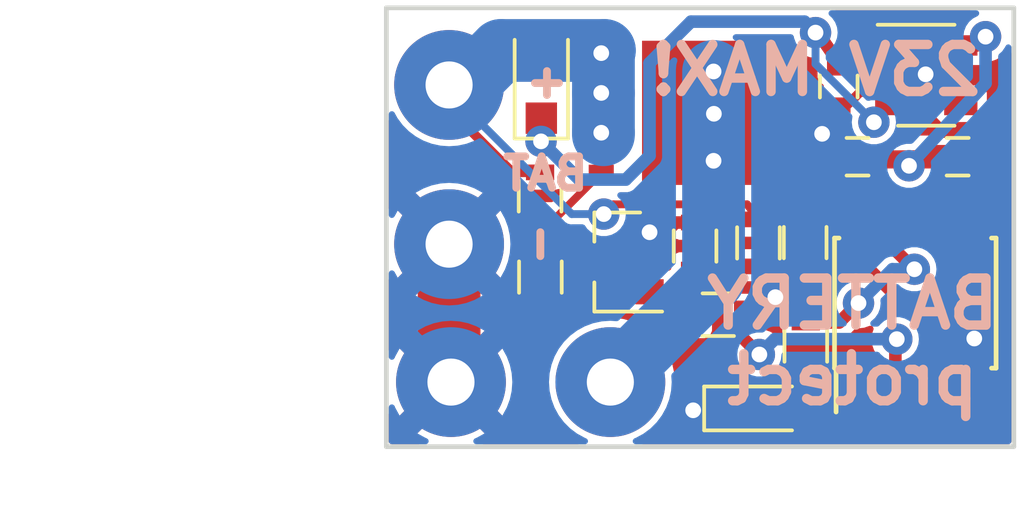
<source format=kicad_pcb>
(kicad_pcb (version 20221018) (generator pcbnew)
  (layers (0 "F.Cu" signal) (31 "B.Cu" signal) (34 "B.Paste" user) (35 "F.Paste" user) (36 "B.SilkS" user "B.Silkscreen") (37 "F.SilkS" user "F.Silkscreen") (38 "B.Mask" user) (39 "F.Mask" user) (44 "Edge.Cuts" user))
  (net 0 "")
  (net 1 "Net-(C1-Pad1)")
  (net 2 "GND")
  (net 3 "Net-(C2-Pad1)")
  (net 4 "Net-(D1-Pad2)")
  (net 5 "+BATT")
  (net 6 "Net-(J2-Pad1)")
  (net 7 "Net-(R3-Pad2)")
  (net 8 "Net-(R5-Pad1)")
  (net 9 "Net-(R6-Pad2)")
  (net 10 "Net-(Q1-Pad1)")
  (net 11 "Net-(Q2-Pad1)")
  (net 12 "Net-(Q2-Pad3)")
  (footprint "Capacitors_SMD:C_0603" (layer "F.Cu") (at 185.42 131.51 -90)
    (fp_text reference "C1" hide)
    (fp_text value "10uf" hide)
    (fp_line (start -0.35 -0.6) (end 0.35 -0.6) (stroke (width 0.12)) (layer "F.SilkS"))
    (fp_line (start 0.35 0.6) (end -0.35 0.6) (stroke (width 0.12)) (layer "F.SilkS"))
    (pad "1" smd rect (at -0.75 0 270) (size 0.8 0.75) (layers "F.Cu" "F.Paste" "F.Mask") (net 1 "Net-(C1-Pad1)"))
    (pad "2" smd rect (at 0.75 0 270) (size 0.8 0.75) (layers "F.Cu" "F.Paste" "F.Mask") (net 2 "GND"))
  )
  (footprint "Capacitors_SMD:C_0603" (layer "F.Cu") (at 189.21 133.75)
    (fp_text reference "C2" hide)
    (fp_text value "100n" hide)
    (fp_line (start -0.35 -0.6) (end 0.35 -0.6) (stroke (width 0.12)) (layer "F.SilkS"))
    (fp_line (start 0.35 0.6) (end -0.35 0.6) (stroke (width 0.12)) (layer "F.SilkS"))
    (pad "1" smd rect (at -0.75 0) (size 0.8 0.75) (layers "F.Cu" "F.Paste" "F.Mask") (net 3 "Net-(C2-Pad1)"))
    (pad "2" smd rect (at 0.75 0) (size 0.8 0.75) (layers "F.Cu" "F.Paste" "F.Mask") (net 2 "GND"))
  )
  (footprint "Capacitors_SMD:C_0603" (layer "F.Cu") (at 186.02 133.75 180)
    (fp_text reference "C3" hide)
    (fp_text value "10uf" hide)
    (fp_line (start -0.35 -0.6) (end 0.35 -0.6) (stroke (width 0.12)) (layer "F.SilkS"))
    (fp_line (start 0.35 0.6) (end -0.35 0.6) (stroke (width 0.12)) (layer "F.SilkS"))
    (pad "1" smd rect (at -0.75 0 180) (size 0.8 0.75) (layers "F.Cu" "F.Paste" "F.Mask") (net 3 "Net-(C2-Pad1)"))
    (pad "2" smd rect (at 0.75 0 180) (size 0.8 0.75) (layers "F.Cu" "F.Paste" "F.Mask") (net 2 "GND"))
  )
  (footprint "LEDs:LED_0805" (layer "F.Cu") (at 182.93 141.78)
    (fp_text reference "D1" hide)
    (fp_text value "LED" hide)
    (fp_line (start -1.8 -0.7) (end -1.8 0.7) (stroke (width 0.12)) (layer "F.SilkS"))
    (fp_line (start -1.8 -0.7) (end 1 -0.7) (stroke (width 0.12)) (layer "F.SilkS"))
    (fp_line (start -1.8 0.7) (end 1 0.7) (stroke (width 0.12)) (layer "F.SilkS"))
    (pad "1" smd rect (at -1.1 0 180) (size 1.2 1.2) (layers "F.Cu" "F.Paste" "F.Mask") (net 2 "GND"))
    (pad "2" smd rect (at 1.1 0 180) (size 1.2 1.2) (layers "F.Cu" "F.Paste" "F.Mask") (net 4 "Net-(D1-Pad2)"))
  )
  (footprint "Diodes_SMD:D_SOD-323_HandSoldering" (layer "F.Cu") (at 175.94 131.27 90)
    (fp_text reference "D2" hide)
    (fp_text value "D" hide)
    (fp_line (start -1.9 -0.85) (end -1.9 0.85) (stroke (width 0.12)) (layer "F.SilkS"))
    (fp_line (start -1.9 -0.85) (end 1.25 -0.85) (stroke (width 0.12)) (layer "F.SilkS"))
    (fp_line (start -1.9 0.85) (end 1.25 0.85) (stroke (width 0.12)) (layer "F.SilkS"))
    (pad "1" smd rect (at -1.25 0 90) (size 1 1) (layers "F.Cu" "F.Paste" "F.Mask") (net 1 "Net-(C1-Pad1)"))
    (pad "2" smd rect (at 1.25 0 90) (size 1 1) (layers "F.Cu" "F.Paste" "F.Mask") (net 5 "+BATT"))
  )
  (footprint "TO_SOT_Packages_SMD:SOT-23" (layer "F.Cu") (at 178.39 137.11 180)
    (fp_text reference "Q2" hide)
    (fp_text value "SI2308" hide)
    (fp_line (start 0.76 -1.58) (end -1.4 -1.58) (stroke (width 0.12)) (layer "F.SilkS"))
    (fp_line (start 0.76 -1.58) (end 0.76 -0.65) (stroke (width 0.12)) (layer "F.SilkS"))
    (fp_line (start 0.76 1.58) (end -0.7 1.58) (stroke (width 0.12)) (layer "F.SilkS"))
    (fp_line (start 0.76 1.58) (end 0.76 0.65) (stroke (width 0.12)) (layer "F.SilkS"))
    (pad "1" smd rect (at -1 -0.95 180) (size 0.9 0.8) (layers "F.Cu" "F.Paste" "F.Mask") (net 11 "Net-(Q2-Pad1)"))
    (pad "2" smd rect (at -1 0.95 180) (size 0.9 0.8) (layers "F.Cu" "F.Paste" "F.Mask") (net 2 "GND"))
    (pad "3" smd rect (at 1 0 180) (size 0.9 0.8) (layers "F.Cu" "F.Paste" "F.Mask") (net 12 "Net-(Q2-Pad3)"))
  )
  (footprint "Resistors_SMD:R_0603" (layer "F.Cu") (at 175.9 135 -90)
    (fp_text reference "R1" hide)
    (fp_text value "100K" hide)
    (fp_line (start -0.5 -0.68) (end 0.5 -0.68) (stroke (width 0.12)) (layer "F.SilkS"))
    (fp_line (start 0.5 0.68) (end -0.5 0.68) (stroke (width 0.12)) (layer "F.SilkS"))
    (pad "1" smd rect (at -0.75 0 270) (size 0.5 0.9) (layers "F.Cu" "F.Paste" "F.Mask") (net 5 "+BATT"))
    (pad "2" smd rect (at 0.75 0 270) (size 0.5 0.9) (layers "F.Cu" "F.Paste" "F.Mask") (net 10 "Net-(Q1-Pad1)"))
  )
  (footprint "Resistors_SMD:R_0603" (layer "F.Cu") (at 180.84 136.6 90)
    (fp_text reference "R2" hide)
    (fp_text value "10K" hide)
    (fp_line (start -0.5 -0.68) (end 0.5 -0.68) (stroke (width 0.12)) (layer "F.SilkS"))
    (fp_line (start 0.5 0.68) (end -0.5 0.68) (stroke (width 0.12)) (layer "F.SilkS"))
    (pad "1" smd rect (at -0.75 0 90) (size 0.5 0.9) (layers "F.Cu" "F.Paste" "F.Mask") (net 11 "Net-(Q2-Pad1)"))
    (pad "2" smd rect (at 0.75 0 90) (size 0.5 0.9) (layers "F.Cu" "F.Paste" "F.Mask") (net 2 "GND"))
  )
  (footprint "Resistors_SMD:R_0603" (layer "F.Cu") (at 182.86 136.5 -90)
    (fp_text reference "R3" hide)
    (fp_text value "12K" hide)
    (fp_line (start -0.5 -0.68) (end 0.5 -0.68) (stroke (width 0.12)) (layer "F.SilkS"))
    (fp_line (start 0.5 0.68) (end -0.5 0.68) (stroke (width 0.12)) (layer "F.SilkS"))
    (pad "1" smd rect (at -0.75 0 270) (size 0.5 0.9) (layers "F.Cu" "F.Paste" "F.Mask") (net 5 "+BATT"))
    (pad "2" smd rect (at 0.75 0 270) (size 0.5 0.9) (layers "F.Cu" "F.Paste" "F.Mask") (net 7 "Net-(R3-Pad2)"))
  )
  (footprint "Resistors_SMD:R_0603" (layer "F.Cu") (at 184.35 136.49 90)
    (fp_text reference "R4" hide)
    (fp_text value "3.3K" hide)
    (fp_line (start -0.5 -0.68) (end 0.5 -0.68) (stroke (width 0.12)) (layer "F.SilkS"))
    (fp_line (start 0.5 0.68) (end -0.5 0.68) (stroke (width 0.12)) (layer "F.SilkS"))
    (pad "1" smd rect (at -0.75 0 90) (size 0.5 0.9) (layers "F.Cu" "F.Paste" "F.Mask") (net 7 "Net-(R3-Pad2)"))
    (pad "2" smd rect (at 0.75 0 90) (size 0.5 0.9) (layers "F.Cu" "F.Paste" "F.Mask") (net 2 "GND"))
  )
  (footprint "Resistors_SMD:R_0603" (layer "F.Cu") (at 181.58 138.79 180)
    (fp_text reference "R5" hide)
    (fp_text value "100" hide)
    (fp_line (start -0.5 -0.68) (end 0.5 -0.68) (stroke (width 0.12)) (layer "F.SilkS"))
    (fp_line (start 0.5 0.68) (end -0.5 0.68) (stroke (width 0.12)) (layer "F.SilkS"))
    (pad "1" smd rect (at -0.75 0 180) (size 0.5 0.9) (layers "F.Cu" "F.Paste" "F.Mask") (net 8 "Net-(R5-Pad1)"))
    (pad "2" smd rect (at 0.75 0 180) (size 0.5 0.9) (layers "F.Cu" "F.Paste" "F.Mask") (net 11 "Net-(Q2-Pad1)"))
  )
  (footprint "Resistors_SMD:R_0603" (layer "F.Cu") (at 184.37 139.79 90)
    (fp_text reference "R6" hide)
    (fp_text value "330" hide)
    (fp_line (start -0.5 -0.68) (end 0.5 -0.68) (stroke (width 0.12)) (layer "F.SilkS"))
    (fp_line (start 0.5 0.68) (end -0.5 0.68) (stroke (width 0.12)) (layer "F.SilkS"))
    (pad "1" smd rect (at -0.75 0 90) (size 0.5 0.9) (layers "F.Cu" "F.Paste" "F.Mask") (net 4 "Net-(D1-Pad2)"))
    (pad "2" smd rect (at 0.75 0 90) (size 0.5 0.9) (layers "F.Cu" "F.Paste" "F.Mask") (net 9 "Net-(R6-Pad2)"))
  )
  (footprint "Housings_SOIC:SOIC-8_3.9x4.9mm_Pitch1.27mm" (layer "F.Cu") (at 187.86 138.42 90)
    (fp_text reference "U1" hide)
    (fp_text value "ATTINY13A-SU" hide)
    (fp_line (start -2.075 -2.575) (end -2.075 -2.525) (stroke (width 0.15)) (layer "F.SilkS"))
    (fp_line (start -2.075 -2.575) (end 2.075 -2.575) (stroke (width 0.15)) (layer "F.SilkS"))
    (fp_line (start -2.075 -2.525) (end -3.475 -2.525) (stroke (width 0.15)) (layer "F.SilkS"))
    (fp_line (start -2.075 2.575) (end -2.075 2.43) (stroke (width 0.15)) (layer "F.SilkS"))
    (fp_line (start -2.075 2.575) (end 2.075 2.575) (stroke (width 0.15)) (layer "F.SilkS"))
    (fp_line (start 2.075 -2.575) (end 2.075 -2.43) (stroke (width 0.15)) (layer "F.SilkS"))
    (fp_line (start 2.075 2.575) (end 2.075 2.43) (stroke (width 0.15)) (layer "F.SilkS"))
    (pad "1" smd rect (at -2.7 -1.905 90) (size 1.55 0.6) (layers "F.Cu" "F.Paste" "F.Mask"))
    (pad "2" smd rect (at -2.7 -0.635 90) (size 1.55 0.6) (layers "F.Cu" "F.Paste" "F.Mask") (net 8 "Net-(R5-Pad1)"))
    (pad "3" smd rect (at -2.7 0.635 90) (size 1.55 0.6) (layers "F.Cu" "F.Paste" "F.Mask") (net 7 "Net-(R3-Pad2)"))
    (pad "4" smd rect (at -2.7 1.905 90) (size 1.55 0.6) (layers "F.Cu" "F.Paste" "F.Mask") (net 2 "GND"))
    (pad "5" smd rect (at 2.7 1.905 90) (size 1.55 0.6) (layers "F.Cu" "F.Paste" "F.Mask"))
    (pad "6" smd rect (at 2.7 0.635 90) (size 1.55 0.6) (layers "F.Cu" "F.Paste" "F.Mask"))
    (pad "7" smd rect (at 2.7 -0.635 90) (size 1.55 0.6) (layers "F.Cu" "F.Paste" "F.Mask") (net 9 "Net-(R6-Pad2)"))
    (pad "8" smd rect (at 2.7 -1.905 90) (size 1.55 0.6) (layers "F.Cu" "F.Paste" "F.Mask") (net 3 "Net-(C2-Pad1)"))
  )
  (footprint "TO_SOT_Packages_SMD:SOT-23-5" (layer "F.Cu") (at 188.21 131.15)
    (fp_text reference "U2" hide)
    (fp_text value "MIC5235-5.0" hide)
    (fp_line (start -0.9 1.61) (end 0.9 1.61) (stroke (width 0.12)) (layer "F.SilkS"))
    (fp_line (start 0.9 -1.61) (end -1.55 -1.61) (stroke (width 0.12)) (layer "F.SilkS"))
    (pad "1" smd rect (at -1.1 -0.95) (size 1.06 0.65) (layers "F.Cu" "F.Paste" "F.Mask") (net 1 "Net-(C1-Pad1)"))
    (pad "2" smd rect (at -1.1 0) (size 1.06 0.65) (layers "F.Cu" "F.Paste" "F.Mask") (net 2 "GND"))
    (pad "3" smd rect (at -1.1 0.95) (size 1.06 0.65) (layers "F.Cu" "F.Paste" "F.Mask") (net 1 "Net-(C1-Pad1)"))
    (pad "4" smd rect (at 1.1 0.95) (size 1.06 0.65) (layers "F.Cu" "F.Paste" "F.Mask"))
    (pad "5" smd rect (at 1.1 -0.95) (size 1.06 0.65) (layers "F.Cu" "F.Paste" "F.Mask") (net 3 "Net-(C2-Pad1)"))
  )
  (footprint "Resistors_SMD:R_0603" (layer "F.Cu") (at 175.91 137.59 -90)
    (fp_text reference "R8" hide)
    (fp_text value "1K" hide)
    (fp_line (start -0.5 -0.68) (end 0.5 -0.68) (stroke (width 0.12)) (layer "F.SilkS"))
    (fp_line (start 0.5 0.68) (end -0.5 0.68) (stroke (width 0.12)) (layer "F.SilkS"))
    (pad "1" smd rect (at -0.75 0 270) (size 0.5 0.9) (layers "F.Cu" "F.Paste" "F.Mask") (net 10 "Net-(Q1-Pad1)"))
    (pad "2" smd rect (at 0.75 0 270) (size 0.5 0.9) (layers "F.Cu" "F.Paste" "F.Mask") (net 12 "Net-(Q2-Pad3)"))
  )
  (footprint "KiCadCustomLibs:DFN-8-1EP_6x5mm" (layer "F.Cu") (at 180.75 132.35)
    (fp_text reference "Q1" hide)
    (fp_text value "AON6403" hide)
    (pad "1" smd rect (at -2.9 1.905 270) (size 0.5 0.8) (layers "F.Cu" "F.Paste" "F.Mask") (net 10 "Net-(Q1-Pad1)") (clearance 0.1))
    (pad "2" smd rect (at 0.46 0 270) (size 4.6 4.12) (layers "F.Cu" "F.Paste" "F.Mask") (net 6 "Net-(J2-Pad1)") (clearance 0.1))
    (pad "2" smd rect (at 2.9 -1.905 270) (size 0.5 0.8) (layers "F.Cu" "F.Paste" "F.Mask") (net 6 "Net-(J2-Pad1)") (clearance 0.1))
    (pad "2" smd rect (at 2.9 -0.635 270) (size 0.5 0.8) (layers "F.Cu" "F.Paste" "F.Mask") (net 6 "Net-(J2-Pad1)") (clearance 0.1))
    (pad "2" smd rect (at 2.9 0.635 270) (size 0.5 0.8) (layers "F.Cu" "F.Paste" "F.Mask") (net 6 "Net-(J2-Pad1)") (clearance 0.1))
    (pad "2" smd rect (at 2.9 1.905 270) (size 0.5 0.8) (layers "F.Cu" "F.Paste" "F.Mask") (net 6 "Net-(J2-Pad1)") (clearance 0.1))
    (pad "3" smd rect (at -2.9 -1.905 270) (size 0.5 0.8) (layers "F.Cu" "F.Paste" "F.Mask") (net 5 "+BATT") (clearance 0.1))
    (pad "3" smd rect (at -2.9 -0.635 270) (size 0.5 0.8) (layers "F.Cu" "F.Paste" "F.Mask") (net 5 "+BATT") (clearance 0.1))
    (pad "3" smd rect (at -2.9 0.635 270) (size 0.5 0.8) (layers "F.Cu" "F.Paste" "F.Mask") (net 5 "+BATT") (clearance 0.1))
  )
  (footprint "KiCadCustomLibs:Connector_2x5mm_1.5Drill" (layer "F.Cu") (at 173 134 90)
    (fp_text reference "J1" hide)
    (fp_text value "Bat" hide)
    (pad "1" thru_hole circle (at -2.54 0 90) (size 3.50012 3.50012) (drill 1.50114) (layers "*.Cu" "*.Mask") (net 2 "GND"))
    (pad "2" thru_hole circle (at 2.54 0 90) (size 3.50012 3.50012) (drill 1.50114) (layers "*.Cu" "*.Mask") (net 5 "+BATT"))
  )
  (footprint "KiCadCustomLibs:Connector_2x5mm_1.5Drill" (layer "F.Cu") (at 175.6 140.94 180)
    (fp_text reference "J2" hide)
    (fp_text value "Load" hide)
    (pad "1" thru_hole circle (at -2.54 0 180) (size 3.50012 3.50012) (drill 1.50114) (layers "*.Cu" "*.Mask") (net 6 "Net-(J2-Pad1)"))
    (pad "2" thru_hole circle (at 2.54 0 180) (size 3.50012 3.50012) (drill 1.50114) (layers "*.Cu" "*.Mask") (net 2 "GND"))
  )
  (gr_line (start 171 143) (end 171 129) (stroke (width 0.15)) (layer "Edge.Cuts"))
  (gr_line (start 191 143) (end 171 143) (stroke (width 0.15)) (layer "Edge.Cuts"))
  (gr_line (start 171 129) (end 191 129) (stroke (width 0.15)) (layer "Edge.Cuts"))
  (gr_line (start 191 143) (end 191 129) (stroke (width 0.15)) (layer "Edge.Cuts"))
  (gr_text "BAT" (at 176.07 134.29) (layer "B.SilkS") (effects (font (size 1 1) (thickness 0.25)) (justify mirror)))
  (gr_text "23V MAX!" (at 184.69 130.99) (layer "B.SilkS") (effects (font (size 1.5 1.5) (thickness 0.3)) (justify mirror)))
  (gr_text "BATTERY\nprotect" (at 185.86 139.65) (layer "B.SilkS") (effects (font (size 1.5 1.5) (thickness 0.3)) (justify mirror)))
  (gr_text "+" (at 176.12 131.33) (layer "B.SilkS") (effects (font (size 1 1) (thickness 0.25)) (justify mirror)))
  (gr_text "-" (at 175.84 136.54 90) (layer "B.SilkS") (effects (font (size 1 1) (thickness 0.25)) (justify mirror)))
  (segment (start 175.94 133.25) (end 175.93 133.26) (width 0.25) (layer "F.Cu") (net 1))
  (segment (start 184.68 129.79) (end 184.91 130.02) (width 0.25) (layer "F.Cu") (net 1))
  (segment (start 184.91 130.02) (end 185.42 130.76) (width 0.4) (layer "F.Cu") (net 1))
  (segment (start 185.51 130.76) (end 186.07 130.2) (width 0.4) (layer "F.Cu") (net 1))
  (segment (start 186.07 130.2) (end 187.11 130.2) (width 0.4) (layer "F.Cu") (net 1))
  (segment (start 187.09 132.1) (end 186.54 132.65) (width 0.25) (layer "F.Cu") (net 1))
  (segment (start 175.94 132.52) (end 175.94 133.25) (width 0.25) (layer "F.Cu") (net 1))
  (segment (start 187.11 132.1) (end 187.09 132.1) (width 0.25) (layer "F.Cu") (net 1))
  (segment (start 185.42 130.76) (end 185.51 130.76) (width 0.25) (layer "F.Cu") (net 1))
  (via (at 175.93 133.26) (size 1) (drill 0.5) (layers "F.Cu" "B.Cu") (net 1))
  (via (at 186.54 132.65) (size 1) (drill 0.5) (layers "F.Cu" "B.Cu") (net 1))
  (via (at 184.68 129.79) (size 1) (drill 0.5) (layers "F.Cu" "B.Cu") (net 1))
  (segment (start 175.93 133.26) (end 177.15 134.48) (width 0.4) (layer "B.Cu") (net 1))
  (segment (start 177.15 134.48) (end 178.63 134.48) (width 0.4) (layer "B.Cu") (net 1))
  (segment (start 178.63 134.48) (end 179.39 133.72) (width 0.4) (layer "B.Cu") (net 1))
  (segment (start 179.39 133.72) (end 179.39 130.76) (width 0.4) (layer "B.Cu") (net 1))
  (segment (start 179.39 130.76) (end 180.71 129.44) (width 0.4) (layer "B.Cu") (net 1))
  (segment (start 180.71 129.44) (end 184.33 129.44) (width 0.4) (layer "B.Cu") (net 1))
  (segment (start 184.33 129.44) (end 184.68 129.79) (width 0.4) (layer "B.Cu") (net 1))
  (segment (start 186.54 132.65) (end 184.68 130.79) (width 0.25) (layer "B.Cu") (net 1))
  (segment (start 184.68 130.79) (end 184.68 129.79) (width 0.25) (layer "B.Cu") (net 1))
  (segment (start 173 140.88) (end 173.06 140.94) (width 2) (layer "F.Cu") (net 2))
  (segment (start 179.91 136.16) (end 180.22 135.85) (width 0.4) (layer "F.Cu") (net 2))
  (segment (start 180.22 135.85) (end 180.84 135.85) (width 0.4) (layer "F.Cu") (net 2))
  (segment (start 186.64 131.15) (end 185.53 132.26) (width 0.3) (layer "F.Cu") (net 2))
  (segment (start 185.53 132.26) (end 185.42 132.26) (width 0.25) (layer "F.Cu") (net 2))
  (segment (start 185.42 133.6) (end 185.27 133.75) (width 0.25) (layer "F.Cu") (net 2))
  (segment (start 187.72 131.15) (end 188.19 131.62) (width 0.5) (layer "F.Cu") (net 2))
  (segment (start 188.19 131.62) (end 188.19 132.51) (width 0.5) (layer "F.Cu") (net 2))
  (segment (start 188.19 132.51) (end 188.58 132.9) (width 0.5) (layer "F.Cu") (net 2))
  (segment (start 188.58 132.9) (end 189.79 132.89) (width 0.5) (layer "F.Cu") (net 2))
  (segment (start 189.79 132.89) (end 189.95125 133.05125) (width 0.5) (layer "F.Cu") (net 2))
  (segment (start 189.95125 133.05125) (end 189.96 133.75) (width 0.5) (layer "F.Cu") (net 2))
  (segment (start 181.57 135.85) (end 181.73 136.01) (width 0.4) (layer "F.Cu") (net 2))
  (segment (start 181.73 136.01) (end 181.73 137.63) (width 0.4) (layer "F.Cu") (net 2))
  (segment (start 181.73 137.63) (end 182.012617 137.912617) (width 0.4) (layer "F.Cu") (net 2))
  (segment (start 185.42 133.02) (end 185.42 133.6) (width 0.5) (layer "F.Cu") (net 2))
  (segment (start 188.16 131.15) (end 188.19 131.12) (width 0.3) (layer "F.Cu") (net 2))
  (segment (start 184.11 135.75) (end 184.35 135.75) (width 0.3) (layer "F.Cu") (net 2))
  (segment (start 183.4 138.23) (end 183.39 138.24) (width 0.4) (layer "F.Cu") (net 2))
  (segment (start 180.84 141.78) (end 180.78 141.84) (width 0.4) (layer "F.Cu") (net 2))
  (segment (start 189.765 139.575) (end 189.74 139.55) (width 0.6) (layer "F.Cu") (net 2))
  (segment (start 173 140.88) (end 173.06 140.94) (width 2) (layer "F.Cu") (net 2))
  (segment (start 173 140.88) (end 173.06 140.94) (width 2) (layer "F.Cu") (net 2))
  (segment (start 182.012617 137.912617) (end 183.4 137.94) (width 0.4) (layer "F.Cu") (net 2))
  (segment (start 189.765 141.12) (end 189.765 139.575) (width 0.6) (layer "F.Cu") (net 2))
  (segment (start 185.42 133.02) (end 184.89 133.02) (width 0.3) (layer "F.Cu") (net 2))
  (segment (start 179.39 136.16) (end 179.91 136.16) (width 0.4) (layer "F.Cu") (net 2))
  (segment (start 173 136.54) (end 173 140.88) (width 2) (layer "F.Cu") (net 2))
  (segment (start 187.11 131.15) (end 187.72 131.15) (width 0.5) (layer "F.Cu") (net 2))
  (segment (start 187.11 131.15) (end 188.16 131.15) (width 0.3) (layer "F.Cu") (net 2))
  (segment (start 180.84 135.85) (end 181.57 135.85) (width 0.4) (layer "F.Cu") (net 2))
  (segment (start 183.4 137.94) (end 183.4 138.23) (width 0.4) (layer "F.Cu") (net 2))
  (segment (start 181.83 141.78) (end 180.84 141.78) (width 0.4) (layer "F.Cu") (net 2))
  (segment (start 187.11 131.15) (end 186.64 131.15) (width 0.25) (layer "F.Cu") (net 2))
  (segment (start 185.42 132.26) (end 185.42 133.02) (width 0.5) (layer "F.Cu") (net 2))
  (via (at 188.19 131.12) (size 1) (drill 0.5) (layers "F.Cu" "B.Cu") (net 2))
  (via (at 189.74 139.55) (size 1) (drill 0.5) (layers "F.Cu" "B.Cu") (net 2))
  (via (at 183.4 138.23) (size 1) (drill 0.5) (layers "F.Cu" "B.Cu") (net 2))
  (via (at 179.39 136.16) (size 1) (drill 0.5) (layers "F.Cu" "B.Cu") (net 2))
  (via (at 184.89 133.02) (size 1) (drill 0.5) (layers "F.Cu" "B.Cu") (net 2))
  (via (at 180.78 141.84) (size 1) (drill 0.5) (layers "F.Cu" "B.Cu") (net 2))
  (segment (start 173 140.88) (end 173.06 140.94) (width 2) (layer "B.Cu") (net 2))
  (segment (start 173 140.88) (end 173.06 140.94) (width 2) (layer "B.Cu") (net 2))
  (segment (start 188.45 133.74) (end 188.46 133.75) (width 0.25) (layer "F.Cu") (net 3))
  (segment (start 185.955 135.125) (end 186.77 134.31) (width 0.4) (layer "F.Cu") (net 3))
  (segment (start 186.77 134.31) (end 186.77 133.75) (width 0.4) (layer "F.Cu") (net 3))
  (segment (start 187.92 133.78) (end 187.66 134.04) (width 0.4) (layer "F.Cu") (net 3))
  (segment (start 190.1 129.92) (end 189.82 130.2) (width 0.4) (layer "F.Cu") (net 3))
  (segment (start 189.82 130.2) (end 189.31 130.2) (width 0.4) (layer "F.Cu") (net 3))
  (segment (start 188.46 133.75) (end 187.92 133.78) (width 0.4) (layer "F.Cu") (net 3))
  (segment (start 189.31 130.2) (end 189.75 130.2) (width 0.25) (layer "F.Cu") (net 3))
  (segment (start 186.77 133.75) (end 188.45 133.74) (width 0.4) (layer "F.Cu") (net 3))
  (segment (start 185.955 135.72) (end 185.955 135.125) (width 0.25) (layer "F.Cu") (net 3))
  (via (at 187.66 134.04) (size 1) (drill 0.5) (layers "F.Cu" "B.Cu") (net 3))
  (via (at 190.1 129.92) (size 1) (drill 0.5) (layers "F.Cu" "B.Cu") (net 3))
  (segment (start 187.66 134.04) (end 190.1 131.41) (width 0.4) (layer "B.Cu") (net 3))
  (segment (start 190.1 131.41) (end 190.1 129.92) (width 0.4) (layer "B.Cu") (net 3))
  (segment (start 184.03 141.48) (end 184.37 141.14) (width 0.4) (layer "F.Cu") (net 4))
  (segment (start 184.37 141.14) (end 184.37 140.54) (width 0.4) (layer "F.Cu") (net 4))
  (segment (start 184.03 141.78) (end 184.03 141.48) (width 0.4) (layer "F.Cu") (net 4))
  (segment (start 177.93 135.58) (end 178.24 135.27) (width 0.25) (layer "F.Cu") (net 5))
  (segment (start 178.24 135.27) (end 182.5 135.27) (width 0.25) (layer "F.Cu") (net 5))
  (segment (start 182.5 135.27) (end 182.86 135.75) (width 0.25) (layer "F.Cu") (net 5))
  (segment (start 173.51 131.46) (end 174.91 130.03) (width 0.6) (layer "F.Cu") (net 5))
  (segment (start 174.91 130.03) (end 175.94 130.02) (width 0.6) (layer "F.Cu") (net 5))
  (segment (start 175.02 134.25) (end 173 132.23) (width 0.3) (layer "F.Cu") (net 5))
  (segment (start 173 132.23) (end 173 131.46) (width 0.3) (layer "F.Cu") (net 5))
  (segment (start 173 131.46) (end 173.51 131.46) (width 0.6) (layer "F.Cu") (net 5))
  (segment (start 175.9 134.25) (end 175.02 134.25) (width 0.3) (layer "F.Cu") (net 5))
  (via (at 177.93 135.58) (size 1) (drill 0.5) (layers "F.Cu" "B.Cu") (net 5))
  (via (at 177.85 131.715) (size 1) (drill 0.5) (layers "F.Cu" "B.Cu") (net 5))
  (via (at 177.85 130.445) (size 1) (drill 0.5) (layers "F.Cu" "B.Cu") (net 5))
  (via (at 177.85 132.985) (size 1) (drill 0.5) (layers "F.Cu" "B.Cu") (net 5))
  (segment (start 173.55 131.46) (end 174.65 130.36) (width 2) (layer "B.Cu") (net 5))
  (segment (start 174.65 130.36) (end 177.95 130.36) (width 2) (layer "B.Cu") (net 5))
  (segment (start 177.95 130.36) (end 177.92 130.39) (width 2) (layer "B.Cu") (net 5))
  (segment (start 177.92 130.39) (end 177.92 131.72) (width 2) (layer "B.Cu") (net 5))
  (segment (start 177.855 132.98) (end 177.85 132.985) (width 0.25) (layer "B.Cu") (net 5))
  (segment (start 177.92 132.98) (end 177.855 132.98) (width 0.25) (layer "B.Cu") (net 5))
  (segment (start 177.92 132.98) (end 177.92 133.05) (width 2) (layer "B.Cu") (net 5))
  (segment (start 177.855 131.72) (end 177.85 131.715) (width 0.25) (layer "B.Cu") (net 5))
  (segment (start 177.92 131.72) (end 177.855 131.72) (width 0.25) (layer "B.Cu") (net 5))
  (segment (start 177.92 131.72) (end 177.92 132.98) (width 2) (layer "B.Cu") (net 5))
  (segment (start 177.85 130.36) (end 177.85 130.445) (width 0.25) (layer "B.Cu") (net 5))
  (segment (start 177.85 130.36) (end 177.88 130.39) (width 0.25) (layer "B.Cu") (net 5))
  (segment (start 177.92 130.39) (end 177.88 130.39) (width 0.25) (layer "B.Cu") (net 5))
  (segment (start 173 131.67) (end 176.91 135.58) (width 0.25) (layer "B.Cu") (net 5))
  (segment (start 176.91 135.58) (end 177.93 135.58) (width 0.25) (layer "B.Cu") (net 5))
  (segment (start 173 131.46) (end 173.55 131.46) (width 2) (layer "B.Cu") (net 5))
  (segment (start 173 131.46) (end 173 131.67) (width 0.25) (layer "B.Cu") (net 5))
  (segment (start 181.43 131.03) (end 181.21 131.25) (width 0.25) (layer "F.Cu") (net 6))
  (segment (start 181.21 131.25) (end 181.21 132.35) (width 0.25) (layer "F.Cu") (net 6))
  (segment (start 181.44 132.38) (end 181.41 132.35) (width 0.3) (layer "F.Cu") (net 6))
  (segment (start 181.41 132.35) (end 181.21 132.35) (width 0.3) (layer "F.Cu") (net 6))
  (segment (start 181.43 133.88) (end 181.21 133.66) (width 0.3) (layer "F.Cu") (net 6))
  (segment (start 181.21 133.66) (end 181.21 132.35) (width 0.3) (layer "F.Cu") (net 6))
  (segment (start 183.115 130.445) (end 181.21 132.35) (width 0.25) (layer "F.Cu") (net 6))
  (segment (start 181.845 131.715) (end 181.21 132.35) (width 0.25) (layer "F.Cu") (net 6))
  (segment (start 181.845 132.985) (end 181.21 132.35) (width 0.25) (layer "F.Cu") (net 6))
  (segment (start 183.115 134.255) (end 181.21 132.35) (width 0.25) (layer "F.Cu") (net 6))
  (segment (start 183.65 134.255) (end 183.115 134.255) (width 0.25) (layer "F.Cu") (net 6))
  (segment (start 183.65 131.715) (end 181.845 131.715) (width 0.25) (layer "F.Cu") (net 6))
  (segment (start 183.65 132.985) (end 181.845 132.985) (width 0.25) (layer "F.Cu") (net 6))
  (segment (start 183.65 130.445) (end 183.115 130.445) (width 0.25) (layer "F.Cu") (net 6))
  (via (at 181.43 131.03) (size 1) (drill 0.5) (layers "F.Cu" "B.Cu") (net 6))
  (via (at 181.43 133.88) (size 1) (drill 0.5) (layers "F.Cu" "B.Cu") (net 6))
  (via (at 178.14 140.94) (size 1) (drill 0.5) (layers "F.Cu" "B.Cu") (net 6))
  (via (at 181.44 132.38) (size 1) (drill 0.5) (layers "F.Cu" "B.Cu") (net 6))
  (segment (start 178.14 140.94) (end 181.43 137.65) (width 2) (layer "B.Cu") (net 6))
  (segment (start 181.43 137.65) (end 181.43 131.03) (width 2) (layer "B.Cu") (net 6))
  (segment (start 181.43 132.37) (end 181.44 132.38) (width 0.3) (layer "B.Cu") (net 6))
  (segment (start 181.44 133.87) (end 181.43 133.88) (width 0.3) (layer "B.Cu") (net 6))
  (segment (start 181.44 132.38) (end 181.44 133.87) (width 0.3) (layer "B.Cu") (net 6))
  (segment (start 181.43 131.03) (end 181.43 132.37) (width 0.3) (layer "B.Cu") (net 6))
  (segment (start 186.29 137.24) (end 188.495 139.445) (width 0.4) (layer "F.Cu") (net 7))
  (segment (start 188.495 139.445) (end 188.495 141.12) (width 0.4) (layer "F.Cu") (net 7))
  (segment (start 184.35 137.24) (end 186.29 137.24) (width 0.4) (layer "F.Cu") (net 7))
  (segment (start 184.35 137.24) (end 182.86 137.25) (width 0.3) (layer "F.Cu") (net 7))
  (segment (start 182.33 139.5) (end 182.89 140.06) (width 0.4) (layer "F.Cu") (net 8))
  (segment (start 187.27 139.57) (end 187.225 139.615) (width 0.4) (layer "F.Cu") (net 8))
  (segment (start 187.225 139.615) (end 187.225 141.12) (width 0.4) (layer "F.Cu") (net 8))
  (segment (start 182.33 138.79) (end 182.33 139.5) (width 0.4) (layer "F.Cu") (net 8))
  (via (at 187.27 139.57) (size 1) (drill 0.5) (layers "F.Cu" "B.Cu") (net 8))
  (via (at 182.89 140.06) (size 1) (drill 0.5) (layers "F.Cu" "B.Cu") (net 8))
  (segment (start 182.89 140.06) (end 183.38 139.57) (width 0.4) (layer "B.Cu") (net 8))
  (segment (start 183.38 139.57) (end 187.27 139.57) (width 0.4) (layer "B.Cu") (net 8))
  (segment (start 185.43 139.04) (end 186.05 138.42) (width 0.4) (layer "F.Cu") (net 9))
  (segment (start 187.83 137.34) (end 187.225 136.735) (width 0.4) (layer "F.Cu") (net 9))
  (segment (start 187.225 136.735) (end 187.225 135.72) (width 0.4) (layer "F.Cu") (net 9))
  (segment (start 184.37 139.04) (end 185.43 139.04) (width 0.4) (layer "F.Cu") (net 9))
  (via (at 186.05 138.42) (size 1) (drill 0.5) (layers "F.Cu" "B.Cu") (net 9))
  (via (at 187.83 137.34) (size 1) (drill 0.5) (layers "F.Cu" "B.Cu") (net 9))
  (segment (start 186.05 138.42) (end 187.13 137.34) (width 0.4) (layer "B.Cu") (net 9))
  (segment (start 187.13 137.34) (end 187.83 137.34) (width 0.4) (layer "B.Cu") (net 9))
  (segment (start 176.355 135.75) (end 177.85 134.255) (width 0.25) (layer "F.Cu") (net 10))
  (segment (start 175.9 136.83) (end 175.91 136.84) (width 0.25) (layer "F.Cu") (net 10))
  (segment (start 175.9 135.75) (end 175.9 136.83) (width 0.25) (layer "F.Cu") (net 10))
  (segment (start 175.9 135.75) (end 176.355 135.75) (width 0.25) (layer "F.Cu") (net 10))
  (segment (start 179.58 138.06) (end 180.31 138.79) (width 0.25) (layer "F.Cu") (net 11))
  (segment (start 180.31 138.79) (end 180.83 138.79) (width 0.25) (layer "F.Cu") (net 11))
  (segment (start 180.84 138.78) (end 180.83 138.79) (width 0.25) (layer "F.Cu") (net 11))
  (segment (start 180.84 137.35) (end 180.84 138.78) (width 0.25) (layer "F.Cu") (net 11))
  (segment (start 179.39 138.06) (end 179.58 138.06) (width 0.25) (layer "F.Cu") (net 11))
  (segment (start 176.73 138.34) (end 177.39 137.68) (width 0.25) (layer "F.Cu") (net 12))
  (segment (start 177.39 137.68) (end 177.39 137.11) (width 0.25) (layer "F.Cu") (net 12))
  (segment (start 175.91 138.34) (end 176.73 138.34) (width 0.25) (layer "F.Cu") (net 12))
  (zone (net 2) (net_name "GND") (layer "F.Cu") (connect_pads (clearance 0.3)) (min_thickness 0.2) (fill yes (thermal_gap 0.3) (thermal_bridge_width 0.8))
    (polygon (pts (xy 170.54 128.77) (xy 191.19 128.75) (xy 191.11 143.54) (xy 170.38 143.559971)))
  )
  (zone (net 2) (net_name "GND") (layer "B.Cu") (connect_pads (clearance 0.1)) (min_thickness 0.2) (fill yes (thermal_gap 0.2) (thermal_bridge_width 0.8))
    (polygon (pts (xy 170.79 128.9) (xy 191.34 128.82) (xy 191.23 143.16) (xy 170.71 143.26)))
  )
)
</source>
